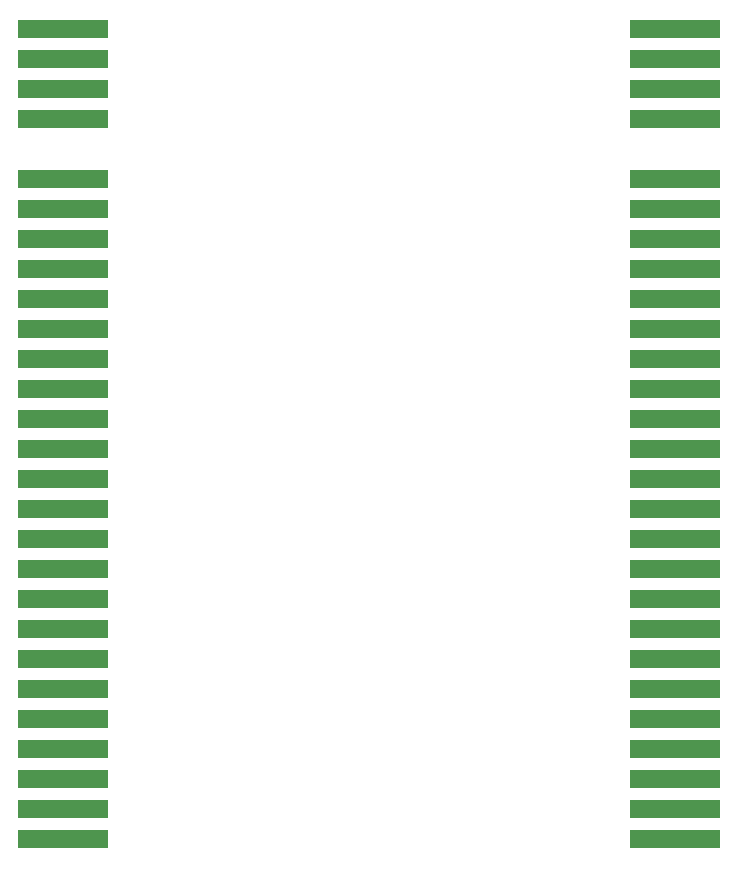
<source format=gbr>
%TF.GenerationSoftware,KiCad,Pcbnew,9.0.5*%
%TF.CreationDate,2025-12-03T10:09:39+00:00*%
%TF.ProjectId,ZX Interface,5a582049-6e74-4657-9266-6163652e6b69,3.2*%
%TF.SameCoordinates,Original*%
%TF.FileFunction,Paste,Bot*%
%TF.FilePolarity,Positive*%
%FSLAX46Y46*%
G04 Gerber Fmt 4.6, Leading zero omitted, Abs format (unit mm)*
G04 Created by KiCad (PCBNEW 9.0.5) date 2025-12-03 10:09:39*
%MOMM*%
%LPD*%
G01*
G04 APERTURE LIST*
%ADD10R,7.620000X1.524000*%
G04 APERTURE END LIST*
D10*
%TO.C,SK1*%
X80772000Y-68961000D03*
X80772000Y-71501000D03*
X80772000Y-74041000D03*
X80772000Y-76581000D03*
X80772000Y-81661000D03*
X80772000Y-84201000D03*
X80772000Y-86741000D03*
X80772000Y-89281000D03*
X80772000Y-91821000D03*
X80772000Y-94361000D03*
X80772000Y-96901000D03*
X80772000Y-99441000D03*
X80772000Y-101981000D03*
X80772000Y-104521000D03*
X80772000Y-107061000D03*
X80772000Y-109601000D03*
X80772000Y-112141000D03*
X80772000Y-114681000D03*
X80772000Y-117221000D03*
X80772000Y-119761000D03*
X80772000Y-122301000D03*
X80772000Y-124841000D03*
X80772000Y-127381000D03*
X80772000Y-129921000D03*
X80772000Y-132461000D03*
X80772000Y-135001000D03*
X80772000Y-137541000D03*
%TD*%
%TO.C,SK2*%
X132650000Y-68961000D03*
X132650000Y-71501000D03*
X132650000Y-74041000D03*
X132650000Y-76581000D03*
X132650000Y-81661000D03*
X132650000Y-84201000D03*
X132650000Y-86741000D03*
X132650000Y-89281000D03*
X132650000Y-91821000D03*
X132650000Y-94361000D03*
X132650000Y-96901000D03*
X132650000Y-99441000D03*
X132650000Y-101981000D03*
X132650000Y-104521000D03*
X132650000Y-107061000D03*
X132650000Y-109601000D03*
X132650000Y-112141000D03*
X132650000Y-114681000D03*
X132650000Y-117221000D03*
X132650000Y-119761000D03*
X132650000Y-122301000D03*
X132650000Y-124841000D03*
X132650000Y-127381000D03*
X132650000Y-129921000D03*
X132650000Y-132461000D03*
X132650000Y-135001000D03*
X132650000Y-137541000D03*
%TD*%
M02*

</source>
